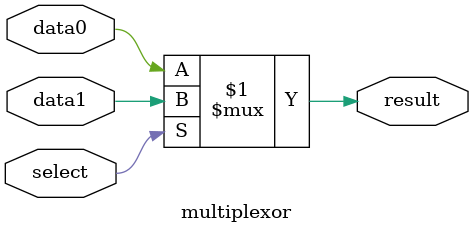
<source format=sv>
module multiplexor(
    input wire select,
    input wire data0,
    input wire data1,
    output wire result
);

    assign result = select ? data1 : data0;

endmodule 
</source>
